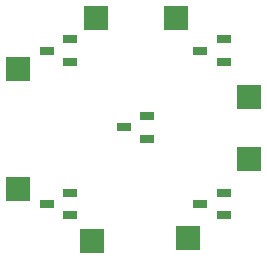
<source format=gtp>
G04 Layer: TopPasteMaskLayer*
G04 EasyEDA v6.5.46, 2025-07-23 17:24:06*
G04 74a4e304ba1b453b8bde7bcb9ef7a0d0,7be8f16a26344db1bf46185b0a727cd7,10*
G04 Gerber Generator version 0.2*
G04 Scale: 100 percent, Rotated: No, Reflected: No *
G04 Dimensions in millimeters *
G04 leading zeros omitted , absolute positions ,4 integer and 5 decimal *
%FSLAX45Y45*%
%MOMM*%

%ADD10R,2.0000X2.0000*%
%ADD11R,1.2500X0.7000*%

%LPD*%
D10*
G01*
X1930400Y5397500D03*
G01*
X1308100Y6858000D03*
G01*
X2641600Y7289800D03*
G01*
X3263900Y6616700D03*
D11*
G01*
X2399969Y6264910D03*
G01*
X2399969Y6454902D03*
G01*
X2199970Y6359905D03*
G01*
X1749983Y6914895D03*
G01*
X1749983Y7104887D03*
G01*
X1549984Y7009892D03*
G01*
X3049955Y6914895D03*
G01*
X3049955Y7104887D03*
G01*
X2849956Y7009892D03*
G01*
X1749983Y5614923D03*
G01*
X1749983Y5804915D03*
G01*
X1549984Y5709920D03*
G01*
X3049955Y5614923D03*
G01*
X3049955Y5804915D03*
G01*
X2849956Y5709920D03*
D10*
G01*
X2743200Y5422900D03*
G01*
X1308100Y5842000D03*
G01*
X1968500Y7289800D03*
G01*
X3263900Y6096000D03*
M02*

</source>
